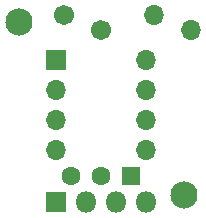
<source format=gbs>
G04 #@! TF.GenerationSoftware,KiCad,Pcbnew,(5.1.6-0-10_14)*
G04 #@! TF.CreationDate,2021-03-28T12:21:54+01:00*
G04 #@! TF.ProjectId,VR-Conditioner-MAX9926+reg,56522d43-6f6e-4646-9974-696f6e65722d,3.6*
G04 #@! TF.SameCoordinates,PX68c4118PY713e7a8*
G04 #@! TF.FileFunction,Soldermask,Bot*
G04 #@! TF.FilePolarity,Negative*
%FSLAX46Y46*%
G04 Gerber Fmt 4.6, Leading zero omitted, Abs format (unit mm)*
G04 Created by KiCad (PCBNEW (5.1.6-0-10_14)) date 2021-03-28 12:21:54*
%MOMM*%
%LPD*%
G01*
G04 APERTURE LIST*
%ADD10O,1.801600X1.801600*%
%ADD11R,1.801600X1.801600*%
%ADD12R,1.601600X1.601600*%
%ADD13C,1.601600*%
%ADD14C,2.301600*%
%ADD15O,1.701600X1.701600*%
%ADD16C,1.701600*%
%ADD17R,1.701600X1.701600*%
G04 APERTURE END LIST*
D10*
G04 #@! TO.C,J2*
X13970000Y2540000D03*
X11430000Y2540000D03*
X8890000Y2540000D03*
D11*
X6350000Y2540000D03*
G04 #@! TD*
D12*
G04 #@! TO.C,U2*
X12700000Y4745000D03*
D13*
X7620000Y4745000D03*
X10160000Y4745000D03*
G04 #@! TD*
D14*
G04 #@! TO.C,H2*
X3175000Y17780000D03*
G04 #@! TD*
G04 #@! TO.C,H1*
X17145000Y3175000D03*
G04 #@! TD*
D15*
G04 #@! TO.C,R23*
X17780000Y17145000D03*
D16*
X10160000Y17145000D03*
G04 #@! TD*
D15*
G04 #@! TO.C,R13*
X14605000Y18415000D03*
D16*
X6985000Y18415000D03*
G04 #@! TD*
D15*
G04 #@! TO.C,J1*
X13970000Y14605000D03*
X6350000Y6985000D03*
X13970000Y12065000D03*
X6350000Y9525000D03*
X13970000Y9525000D03*
X6350000Y12065000D03*
X13970000Y6985000D03*
D17*
X6350000Y14605000D03*
G04 #@! TD*
M02*

</source>
